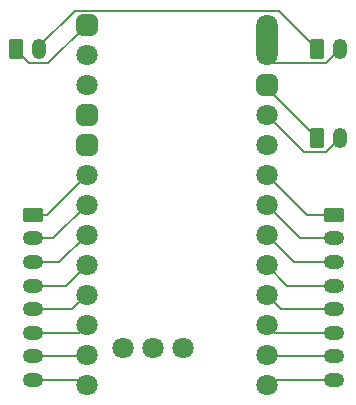
<source format=gbr>
%TF.GenerationSoftware,KiCad,Pcbnew,9.0.4*%
%TF.CreationDate,2025-10-08T20:13:18+03:00*%
%TF.ProjectId,dactyl_plugs,64616374-796c-45f7-906c-7567732e6b69,rev?*%
%TF.SameCoordinates,Original*%
%TF.FileFunction,Copper,L1,Top*%
%TF.FilePolarity,Positive*%
%FSLAX46Y46*%
G04 Gerber Fmt 4.6, Leading zero omitted, Abs format (unit mm)*
G04 Created by KiCad (PCBNEW 9.0.4) date 2025-10-08 20:13:18*
%MOMM*%
%LPD*%
G01*
G04 APERTURE LIST*
G04 Aperture macros list*
%AMRoundRect*
0 Rectangle with rounded corners*
0 $1 Rounding radius*
0 $2 $3 $4 $5 $6 $7 $8 $9 X,Y pos of 4 corners*
0 Add a 4 corners polygon primitive as box body*
4,1,4,$2,$3,$4,$5,$6,$7,$8,$9,$2,$3,0*
0 Add four circle primitives for the rounded corners*
1,1,$1+$1,$2,$3*
1,1,$1+$1,$4,$5*
1,1,$1+$1,$6,$7*
1,1,$1+$1,$8,$9*
0 Add four rect primitives between the rounded corners*
20,1,$1+$1,$2,$3,$4,$5,0*
20,1,$1+$1,$4,$5,$6,$7,0*
20,1,$1+$1,$6,$7,$8,$9,0*
20,1,$1+$1,$8,$9,$2,$3,0*%
G04 Aperture macros list end*
%TA.AperFunction,ComponentPad*%
%ADD10O,1.200000X1.750000*%
%TD*%
%TA.AperFunction,ComponentPad*%
%ADD11RoundRect,0.250000X-0.350000X-0.625000X0.350000X-0.625000X0.350000X0.625000X-0.350000X0.625000X0*%
%TD*%
%TA.AperFunction,ComponentPad*%
%ADD12RoundRect,0.250000X-0.625000X0.350000X-0.625000X-0.350000X0.625000X-0.350000X0.625000X0.350000X0*%
%TD*%
%TA.AperFunction,ComponentPad*%
%ADD13O,1.750000X1.200000*%
%TD*%
%TA.AperFunction,ComponentPad*%
%ADD14C,1.800000*%
%TD*%
%TA.AperFunction,ComponentPad*%
%ADD15RoundRect,0.450000X-0.450000X-0.450000X0.450000X-0.450000X0.450000X0.450000X-0.450000X0.450000X0*%
%TD*%
%TA.AperFunction,ComponentPad*%
%ADD16O,1.800000X4.340000*%
%TD*%
%TA.AperFunction,Conductor*%
%ADD17C,0.200000*%
%TD*%
G04 APERTURE END LIST*
D10*
%TO.P,Battery1,2,Pin_2*%
%TO.N,Net-(Battery1-Pin_2)*%
X99000000Y-51000000D03*
D11*
%TO.P,Battery1,1,Pin_1*%
%TO.N,Net-(Battery1-Pin_1)*%
X97000000Y-51000000D03*
%TD*%
D12*
%TO.P,Columns1,1,Pin_1*%
%TO.N,Net-(Columns1-Pin_1)*%
X98500000Y-65000000D03*
D13*
%TO.P,Columns1,2,Pin_2*%
%TO.N,Net-(Columns1-Pin_2)*%
X98500000Y-67000000D03*
%TO.P,Columns1,3,Pin_3*%
%TO.N,Net-(Columns1-Pin_3)*%
X98500000Y-69000000D03*
%TO.P,Columns1,4,Pin_4*%
%TO.N,Net-(Columns1-Pin_4)*%
X98500000Y-71000000D03*
%TO.P,Columns1,5,Pin_5*%
%TO.N,Net-(Columns1-Pin_5)*%
X98500000Y-73000000D03*
%TO.P,Columns1,6,Pin_6*%
%TO.N,Net-(Columns1-Pin_6)*%
X98500000Y-75000000D03*
%TO.P,Columns1,7,Pin_7*%
%TO.N,Net-(Columns1-Pin_7)*%
X98500000Y-77000000D03*
%TO.P,Columns1,8,Pin_8*%
%TO.N,Net-(Columns1-Pin_8)*%
X98500000Y-79000000D03*
%TD*%
D12*
%TO.P,Rows1,1,Pin_1*%
%TO.N,Net-(Rows1-Pin_1)*%
X124000000Y-65000000D03*
D13*
%TO.P,Rows1,2,Pin_2*%
%TO.N,Net-(Rows1-Pin_2)*%
X124000000Y-67000000D03*
%TO.P,Rows1,3,Pin_3*%
%TO.N,Net-(Rows1-Pin_3)*%
X124000000Y-69000000D03*
%TO.P,Rows1,4,Pin_4*%
%TO.N,Net-(Rows1-Pin_4)*%
X124000000Y-71000000D03*
%TO.P,Rows1,5,Pin_5*%
%TO.N,Net-(Rows1-Pin_5)*%
X124000000Y-73000000D03*
%TO.P,Rows1,6,Pin_6*%
%TO.N,Net-(Rows1-Pin_6)*%
X124000000Y-75000000D03*
%TO.P,Rows1,7,Pin_7*%
%TO.N,Net-(Rows1-Pin_7)*%
X124000000Y-77000000D03*
%TO.P,Rows1,8,Pin_8*%
%TO.N,Net-(Rows1-Pin_8)*%
X124000000Y-79000000D03*
%TD*%
D11*
%TO.P,Power1,1,Pin_1*%
%TO.N,Net-(Battery1-Pin_2)*%
X122500000Y-50950000D03*
D10*
%TO.P,Power1,2,Pin_2*%
%TO.N,Net-(Power1-Pin_2)*%
X124500000Y-50950000D03*
%TD*%
D14*
%TO.P,U1,1,P0.06*%
%TO.N,unconnected-(U1-P0.06-Pad1)*%
X103015000Y-51460000D03*
%TO.P,U1,2,P0.08*%
%TO.N,unconnected-(U1-P0.08-Pad2)*%
X103015000Y-54000000D03*
D15*
%TO.P,U1,3,GND*%
%TO.N,unconnected-(U1-GND-Pad3)*%
X103015000Y-56540000D03*
%TO.P,U1,4,GND*%
%TO.N,unconnected-(U1-GND-Pad4)*%
X103015000Y-59080000D03*
D14*
%TO.P,U1,5,P0.17*%
%TO.N,Net-(Columns1-Pin_1)*%
X103015000Y-61620000D03*
%TO.P,U1,6,P0.20*%
%TO.N,Net-(Columns1-Pin_2)*%
X103015000Y-64160000D03*
%TO.P,U1,7,P0.22*%
%TO.N,Net-(Columns1-Pin_3)*%
X103015000Y-66700000D03*
%TO.P,U1,8,P0.24*%
%TO.N,Net-(Columns1-Pin_4)*%
X103015000Y-69240000D03*
%TO.P,U1,9,P1.00*%
%TO.N,Net-(Columns1-Pin_5)*%
X103015000Y-71780000D03*
%TO.P,U1,10,P0.11*%
%TO.N,Net-(Columns1-Pin_6)*%
X103015000Y-74320000D03*
%TO.P,U1,11,P1.04-LF*%
%TO.N,Net-(Columns1-Pin_7)*%
X103015000Y-76860000D03*
%TO.P,U1,12,P1.06-LF*%
%TO.N,Net-(Columns1-Pin_8)*%
X103015000Y-79400000D03*
D16*
%TO.P,U1,13,BAT+*%
%TO.N,Net-(Power1-Pin_2)*%
X118255000Y-50190000D03*
D15*
%TO.P,U1,14,GND*%
%TO.N,Net-(Reset1-Pin_1)*%
X118255000Y-54000000D03*
D14*
%TO.P,U1,15,RST*%
%TO.N,Net-(Reset1-Pin_2)*%
X118255000Y-56540000D03*
%TO.P,U1,16,3V3*%
%TO.N,unconnected-(U1-3V3-Pad16)*%
X118255000Y-59080000D03*
%TO.P,U1,17,P0.31-LF*%
%TO.N,Net-(Rows1-Pin_1)*%
X118255000Y-61620000D03*
%TO.P,U1,18,P0.29-LF*%
%TO.N,Net-(Rows1-Pin_2)*%
X118255000Y-64160000D03*
%TO.P,U1,19,P0.02-LF*%
%TO.N,Net-(Rows1-Pin_3)*%
X118255000Y-66700000D03*
%TO.P,U1,20,P1.15-LF*%
%TO.N,Net-(Rows1-Pin_4)*%
X118255000Y-69240000D03*
%TO.P,U1,21,P1.13-LF*%
%TO.N,Net-(Rows1-Pin_5)*%
X118255000Y-71780000D03*
%TO.P,U1,22,P1.11-LF*%
%TO.N,Net-(Rows1-Pin_6)*%
X118255000Y-74320000D03*
%TO.P,U1,23,P0.10-LF*%
%TO.N,Net-(Rows1-Pin_7)*%
X118255000Y-76860000D03*
%TO.P,U1,24,P0.09-LF*%
%TO.N,Net-(Rows1-Pin_8)*%
X118255000Y-79400000D03*
%TO.P,U1,25,P1.01-LF*%
%TO.N,unconnected-(U1-P1.01-LF-Pad25)*%
X106088400Y-76306280D03*
%TO.P,U1,26,P1.02-LF*%
%TO.N,unconnected-(U1-P1.02-LF-Pad26)*%
X108628400Y-76306280D03*
%TO.P,U1,27,P1.07-LF*%
%TO.N,unconnected-(U1-P1.07-LF-Pad27)*%
X111168400Y-76306280D03*
D15*
%TO.P,U1,28,GND*%
%TO.N,Net-(Battery1-Pin_1)*%
X103015000Y-48920000D03*
D14*
%TO.P,U1,29,BAT+*%
%TO.N,Net-(Power1-Pin_2)*%
X118255000Y-48920000D03*
%TD*%
D11*
%TO.P,Reset1,1,Pin_1*%
%TO.N,Net-(Reset1-Pin_1)*%
X122500000Y-58500000D03*
D10*
%TO.P,Reset1,2,Pin_2*%
%TO.N,Net-(Reset1-Pin_2)*%
X124500000Y-58500000D03*
%TD*%
D17*
%TO.N,Net-(Battery1-Pin_1)*%
X97000000Y-51000000D02*
X98176000Y-52176000D01*
X98176000Y-52176000D02*
X99759000Y-52176000D01*
X99759000Y-52176000D02*
X103015000Y-48920000D01*
%TO.N,Net-(Battery1-Pin_2)*%
X122500000Y-50950000D02*
X119269000Y-47719000D01*
X119269000Y-47719000D02*
X102006000Y-47719000D01*
X102006000Y-47719000D02*
X99000000Y-50725000D01*
X99000000Y-50725000D02*
X99000000Y-51000000D01*
%TO.N,Net-(Power1-Pin_2)*%
X124500000Y-50950000D02*
X123324000Y-52126000D01*
X123324000Y-52126000D02*
X118921000Y-52126000D01*
X118921000Y-52126000D02*
X118255000Y-51460000D01*
%TO.N,Net-(Reset1-Pin_2)*%
X124500000Y-58500000D02*
X123324000Y-59676000D01*
X123324000Y-59676000D02*
X121391000Y-59676000D01*
X121391000Y-59676000D02*
X118255000Y-56540000D01*
%TO.N,Net-(Reset1-Pin_1)*%
X122500000Y-58500000D02*
X118255000Y-54255000D01*
X118255000Y-54255000D02*
X118255000Y-54000000D01*
%TO.N,Net-(Columns1-Pin_8)*%
X98500000Y-79000000D02*
X102615000Y-79000000D01*
X102615000Y-79000000D02*
X103015000Y-79400000D01*
%TO.N,Net-(Columns1-Pin_7)*%
X98500000Y-77000000D02*
X102875000Y-77000000D01*
X102875000Y-77000000D02*
X103015000Y-76860000D01*
%TO.N,Net-(Columns1-Pin_6)*%
X98500000Y-75000000D02*
X102335000Y-75000000D01*
X102335000Y-75000000D02*
X103015000Y-74320000D01*
%TO.N,Net-(Columns1-Pin_5)*%
X98500000Y-73000000D02*
X101795000Y-73000000D01*
X101795000Y-73000000D02*
X103015000Y-71780000D01*
%TO.N,Net-(Columns1-Pin_4)*%
X98500000Y-71000000D02*
X101255000Y-71000000D01*
X101255000Y-71000000D02*
X103015000Y-69240000D01*
%TO.N,Net-(Columns1-Pin_3)*%
X98500000Y-69000000D02*
X100715000Y-69000000D01*
X100715000Y-69000000D02*
X103015000Y-66700000D01*
%TO.N,Net-(Columns1-Pin_2)*%
X98500000Y-67000000D02*
X100175000Y-67000000D01*
X100175000Y-67000000D02*
X103015000Y-64160000D01*
%TO.N,Net-(Columns1-Pin_1)*%
X98500000Y-65000000D02*
X99635000Y-65000000D01*
X99635000Y-65000000D02*
X103015000Y-61620000D01*
%TO.N,Net-(Rows1-Pin_8)*%
X124000000Y-79000000D02*
X118655000Y-79000000D01*
X118655000Y-79000000D02*
X118255000Y-79400000D01*
%TO.N,Net-(Rows1-Pin_7)*%
X124000000Y-77000000D02*
X118395000Y-77000000D01*
X118395000Y-77000000D02*
X118255000Y-76860000D01*
%TO.N,Net-(Rows1-Pin_6)*%
X124000000Y-75000000D02*
X118935000Y-75000000D01*
X118935000Y-75000000D02*
X118255000Y-74320000D01*
%TO.N,Net-(Rows1-Pin_5)*%
X124000000Y-73000000D02*
X119475000Y-73000000D01*
X119475000Y-73000000D02*
X118255000Y-71780000D01*
%TO.N,Net-(Rows1-Pin_4)*%
X124000000Y-71000000D02*
X120015000Y-71000000D01*
X120015000Y-71000000D02*
X118255000Y-69240000D01*
%TO.N,Net-(Rows1-Pin_3)*%
X124000000Y-69000000D02*
X120555000Y-69000000D01*
X120555000Y-69000000D02*
X118255000Y-66700000D01*
%TO.N,Net-(Rows1-Pin_2)*%
X124000000Y-67000000D02*
X121095000Y-67000000D01*
X121095000Y-67000000D02*
X118255000Y-64160000D01*
%TO.N,Net-(Rows1-Pin_1)*%
X124000000Y-65000000D02*
X121635000Y-65000000D01*
X121635000Y-65000000D02*
X118255000Y-61620000D01*
%TD*%
M02*

</source>
